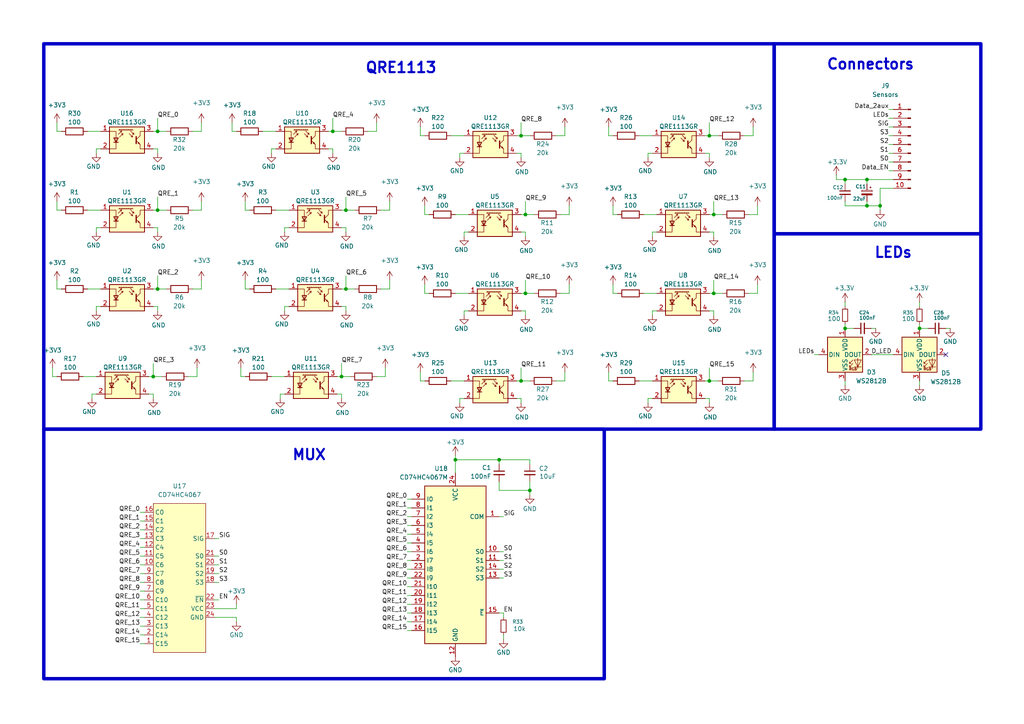
<source format=kicad_sch>
(kicad_sch (version 20250114) (generator "eeschema") (generator_version "9.0")
  (paper "A4")
  (rectangle (start 12.7 12.7) (end 224.536 124.46) (stroke (width 1)))
  (rectangle (start 224.536 12.7) (end 284.48 67.818) (stroke (width 1)))
  (rectangle (start 224.536 67.818) (end 284.48 124.46) (stroke (width 1)))
  (rectangle (start 12.7 124.46) (end 175.26 196.85) (stroke (width 1)))
  (text "Connectors" (at 252.476 18.796 0) (effects (font (size 3 3) (thickness 0.6) (bold yes))))
  (text "LEDs\n" (at 259.08 73.406 0) (effects (font (size 3 3) (thickness 0.6) (bold yes))))
  (text "MUX\n" (at 89.662 132.08 0) (effects (font (size 3 3) (thickness 0.6) (bold yes))))
  (text "QRE1113" (at 116.332 19.812 0) (effects (font (size 3 3) (thickness 0.6) (bold yes))))
  (junction (at 152.4 62.23))
  (junction (at 44.45 109.22))
  (junction (at 45.72 38.1))
  (junction (at 205.74 110.49))
  (junction (at 205.74 39.37))
  (junction (at 207.01 62.23))
  (junction (at 207.01 85.09))
  (junction (at 153.67 142.24))
  (junction (at 245.11 95.25))
  (junction (at 99.06 109.22))
  (junction (at 100.33 83.82))
  (junction (at 45.72 60.96))
  (junction (at 152.4 85.09))
  (junction (at 151.13 110.49))
  (junction (at 245.11 52.07))
  (junction (at 251.46 52.07))
  (junction (at 132.08 133.35))
  (junction (at 100.33 60.96))
  (junction (at 96.52 38.1))
  (junction (at 251.46 59.69))
  (junction (at 255.27 59.69))
  (junction (at 45.72 83.82))
  (junction (at 144.78 133.35))
  (junction (at 151.13 39.37))
  (junction (at 266.7 95.25))
  (no_connect (at 274.32 102.87))
  (wire (pts (xy 71.12 109.22) (xy 69.85 109.22)))
  (wire (pts (xy 63.5 166.37) (xy 62.23 166.37)))
  (wire (pts (xy 80.01 83.82) (xy 83.82 83.82)))
  (wire (pts (xy 40.64 176.53) (xy 41.91 176.53)))
  (wire (pts (xy 251.46 58.42) (xy 251.46 59.69)))
  (wire (pts (xy 177.8 110.49) (xy 176.53 110.49)))
  (wire (pts (xy 118.11 180.34) (xy 119.38 180.34)))
  (wire (pts (xy 257.81 46.99) (xy 259.08 46.99)))
  (wire (pts (xy 113.03 83.82) (xy 110.49 83.82)))
  (wire (pts (xy 43.18 114.3) (xy 44.45 114.3)))
  (wire (pts (xy 165.1 85.09) (xy 162.56 85.09)))
  (wire (pts (xy 44.45 105.41) (xy 44.45 109.22)))
  (wire (pts (xy 40.64 148.59) (xy 41.91 148.59)))
  (wire (pts (xy 207.01 62.23) (xy 209.55 62.23)))
  (wire (pts (xy 135.89 90.17) (xy 134.62 90.17)))
  (wire (pts (xy 204.47 44.45) (xy 205.74 44.45)))
  (wire (pts (xy 245.11 95.25) (xy 247.65 95.25)))
  (wire (pts (xy 207.01 81.28) (xy 207.01 85.09)))
  (wire (pts (xy 43.18 109.22) (xy 44.45 109.22)))
  (wire (pts (xy 165.1 59.69) (xy 165.1 62.23)))
  (wire (pts (xy 40.64 171.45) (xy 41.91 171.45)))
  (wire (pts (xy 144.78 149.86) (xy 146.05 149.86)))
  (wire (pts (xy 151.13 110.49) (xy 153.67 110.49)))
  (wire (pts (xy 146.05 167.64) (xy 144.78 167.64)))
  (wire (pts (xy 118.11 160.02) (xy 119.38 160.02)))
  (wire (pts (xy 205.74 90.17) (xy 207.01 90.17)))
  (wire (pts (xy 99.06 109.22) (xy 101.6 109.22)))
  (wire (pts (xy 118.11 172.72) (xy 119.38 172.72)))
  (wire (pts (xy 118.11 177.8) (xy 119.38 177.8)))
  (wire (pts (xy 83.82 88.9) (xy 82.55 88.9)))
  (wire (pts (xy 251.46 52.07) (xy 259.08 52.07)))
  (wire (pts (xy 152.4 85.09) (xy 154.94 85.09)))
  (wire (pts (xy 152.4 67.31) (xy 152.4 68.58)))
  (wire (pts (xy 187.96 44.45) (xy 187.96 45.72)))
  (wire (pts (xy 205.74 62.23) (xy 207.01 62.23)))
  (wire (pts (xy 218.44 36.83) (xy 218.44 39.37)))
  (wire (pts (xy 165.1 82.55) (xy 165.1 85.09)))
  (wire (pts (xy 185.42 110.49) (xy 189.23 110.49)))
  (wire (pts (xy 118.11 167.64) (xy 119.38 167.64)))
  (wire (pts (xy 207.01 67.31) (xy 207.01 68.58)))
  (wire (pts (xy 58.42 83.82) (xy 55.88 83.82)))
  (wire (pts (xy 25.4 83.82) (xy 29.21 83.82)))
  (wire (pts (xy 72.39 83.82) (xy 71.12 83.82)))
  (wire (pts (xy 266.7 93.98) (xy 266.7 95.25)))
  (wire (pts (xy 132.08 62.23) (xy 135.89 62.23)))
  (wire (pts (xy 123.19 62.23) (xy 123.19 59.69)))
  (wire (pts (xy 255.27 59.69) (xy 255.27 54.61)))
  (wire (pts (xy 118.11 147.32) (xy 119.38 147.32)))
  (wire (pts (xy 219.71 62.23) (xy 217.17 62.23)))
  (wire (pts (xy 113.03 58.42) (xy 113.03 60.96)))
  (wire (pts (xy 146.05 184.15) (xy 146.05 185.42)))
  (wire (pts (xy 58.42 60.96) (xy 55.88 60.96)))
  (wire (pts (xy 16.51 83.82) (xy 16.51 81.28)))
  (wire (pts (xy 245.11 58.42) (xy 245.11 59.69)))
  (wire (pts (xy 205.74 35.56) (xy 205.74 39.37)))
  (wire (pts (xy 100.33 60.96) (xy 102.87 60.96)))
  (wire (pts (xy 134.62 90.17) (xy 134.62 91.44)))
  (wire (pts (xy 17.78 83.82) (xy 16.51 83.82)))
  (wire (pts (xy 44.45 38.1) (xy 45.72 38.1)))
  (wire (pts (xy 44.45 83.82) (xy 45.72 83.82)))
  (wire (pts (xy 144.78 142.24) (xy 153.67 142.24)))
  (wire (pts (xy 118.11 170.18) (xy 119.38 170.18)))
  (wire (pts (xy 190.5 90.17) (xy 189.23 90.17)))
  (wire (pts (xy 45.72 80.01) (xy 45.72 83.82)))
  (wire (pts (xy 27.94 114.3) (xy 26.67 114.3)))
  (wire (pts (xy 63.5 161.29) (xy 62.23 161.29)))
  (wire (pts (xy 245.11 87.63) (xy 245.11 88.9)))
  (wire (pts (xy 96.52 43.18) (xy 96.52 44.45)))
  (wire (pts (xy 189.23 115.57) (xy 187.96 115.57)))
  (wire (pts (xy 82.55 88.9) (xy 82.55 90.17)))
  (wire (pts (xy 257.81 31.75) (xy 259.08 31.75)))
  (wire (pts (xy 146.05 165.1) (xy 144.78 165.1)))
  (wire (pts (xy 151.13 39.37) (xy 153.67 39.37)))
  (wire (pts (xy 63.5 156.21) (xy 62.23 156.21)))
  (wire (pts (xy 95.25 43.18) (xy 96.52 43.18)))
  (wire (pts (xy 68.58 38.1) (xy 67.31 38.1)))
  (wire (pts (xy 95.25 38.1) (xy 96.52 38.1)))
  (wire (pts (xy 78.74 109.22) (xy 82.55 109.22)))
  (wire (pts (xy 40.64 153.67) (xy 41.91 153.67)))
  (wire (pts (xy 29.21 43.18) (xy 27.94 43.18)))
  (wire (pts (xy 259.08 54.61) (xy 255.27 54.61)))
  (wire (pts (xy 45.72 66.04) (xy 45.72 67.31)))
  (wire (pts (xy 82.55 114.3) (xy 81.28 114.3)))
  (wire (pts (xy 45.72 60.96) (xy 48.26 60.96)))
  (wire (pts (xy 176.53 110.49) (xy 176.53 107.95)))
  (wire (pts (xy 58.42 81.28) (xy 58.42 83.82)))
  (wire (pts (xy 153.67 133.35) (xy 144.78 133.35)))
  (wire (pts (xy 186.69 62.23) (xy 190.5 62.23)))
  (wire (pts (xy 100.33 66.04) (xy 100.33 67.31)))
  (wire (pts (xy 40.64 173.99) (xy 41.91 173.99)))
  (wire (pts (xy 45.72 34.29) (xy 45.72 38.1)))
  (wire (pts (xy 133.35 115.57) (xy 133.35 116.84)))
  (wire (pts (xy 81.28 114.3) (xy 81.28 115.57)))
  (wire (pts (xy 205.74 106.68) (xy 205.74 110.49)))
  (wire (pts (xy 109.22 38.1) (xy 106.68 38.1)))
  (wire (pts (xy 151.13 67.31) (xy 152.4 67.31)))
  (wire (pts (xy 58.42 58.42) (xy 58.42 60.96)))
  (wire (pts (xy 149.86 39.37) (xy 151.13 39.37)))
  (wire (pts (xy 118.11 154.94) (xy 119.38 154.94)))
  (wire (pts (xy 17.78 38.1) (xy 16.51 38.1)))
  (wire (pts (xy 82.55 66.04) (xy 82.55 67.31)))
  (wire (pts (xy 257.81 49.53) (xy 259.08 49.53)))
  (wire (pts (xy 132.08 85.09) (xy 135.89 85.09)))
  (wire (pts (xy 179.07 62.23) (xy 177.8 62.23)))
  (wire (pts (xy 111.76 109.22) (xy 109.22 109.22)))
  (wire (pts (xy 17.78 60.96) (xy 16.51 60.96)))
  (wire (pts (xy 251.46 52.07) (xy 245.11 52.07)))
  (wire (pts (xy 40.64 186.69) (xy 41.91 186.69)))
  (wire (pts (xy 149.86 44.45) (xy 151.13 44.45)))
  (wire (pts (xy 109.22 35.56) (xy 109.22 38.1)))
  (wire (pts (xy 68.58 180.34) (xy 68.58 179.07)))
  (wire (pts (xy 257.81 34.29) (xy 259.08 34.29)))
  (wire (pts (xy 144.78 134.62) (xy 144.78 133.35)))
  (wire (pts (xy 185.42 39.37) (xy 189.23 39.37)))
  (wire (pts (xy 151.13 35.56) (xy 151.13 39.37)))
  (wire (pts (xy 153.67 139.7) (xy 153.67 142.24)))
  (wire (pts (xy 149.86 110.49) (xy 151.13 110.49)))
  (wire (pts (xy 218.44 110.49) (xy 215.9 110.49)))
  (wire (pts (xy 144.78 133.35) (xy 132.08 133.35)))
  (wire (pts (xy 26.67 114.3) (xy 26.67 115.57)))
  (wire (pts (xy 151.13 106.68) (xy 151.13 110.49)))
  (wire (pts (xy 245.11 52.07) (xy 245.11 53.34)))
  (wire (pts (xy 205.74 115.57) (xy 205.74 116.84)))
  (wire (pts (xy 153.67 142.24) (xy 153.67 143.51)))
  (wire (pts (xy 144.78 139.7) (xy 144.78 142.24)))
  (wire (pts (xy 83.82 66.04) (xy 82.55 66.04)))
  (wire (pts (xy 149.86 115.57) (xy 151.13 115.57)))
  (wire (pts (xy 133.35 44.45) (xy 133.35 45.72)))
  (wire (pts (xy 58.42 35.56) (xy 58.42 38.1)))
  (wire (pts (xy 245.11 110.49) (xy 245.11 111.76)))
  (wire (pts (xy 187.96 115.57) (xy 187.96 116.84)))
  (wire (pts (xy 121.92 39.37) (xy 121.92 36.83)))
  (wire (pts (xy 177.8 62.23) (xy 177.8 59.69)))
  (wire (pts (xy 40.64 166.37) (xy 41.91 166.37)))
  (wire (pts (xy 62.23 179.07) (xy 68.58 179.07)))
  (wire (pts (xy 151.13 90.17) (xy 152.4 90.17)))
  (wire (pts (xy 40.64 163.83) (xy 41.91 163.83)))
  (wire (pts (xy 118.11 152.4) (xy 119.38 152.4)))
  (wire (pts (xy 97.79 109.22) (xy 99.06 109.22)))
  (wire (pts (xy 100.33 88.9) (xy 100.33 90.17)))
  (wire (pts (xy 134.62 67.31) (xy 134.62 68.58)))
  (wire (pts (xy 62.23 176.53) (xy 68.58 176.53)))
  (wire (pts (xy 118.11 149.86) (xy 119.38 149.86)))
  (wire (pts (xy 219.71 85.09) (xy 217.17 85.09)))
  (wire (pts (xy 27.94 66.04) (xy 27.94 67.31)))
  (wire (pts (xy 121.92 110.49) (xy 121.92 107.95)))
  (wire (pts (xy 163.83 110.49) (xy 161.29 110.49)))
  (wire (pts (xy 40.64 151.13) (xy 41.91 151.13)))
  (wire (pts (xy 63.5 163.83) (xy 62.23 163.83)))
  (wire (pts (xy 76.2 38.1) (xy 80.01 38.1)))
  (wire (pts (xy 44.45 88.9) (xy 45.72 88.9)))
  (wire (pts (xy 189.23 67.31) (xy 189.23 68.58)))
  (wire (pts (xy 245.11 52.07) (xy 242.57 52.07)))
  (wire (pts (xy 255.27 60.96) (xy 255.27 59.69)))
  (wire (pts (xy 27.94 88.9) (xy 27.94 90.17)))
  (wire (pts (xy 189.23 44.45) (xy 187.96 44.45)))
  (wire (pts (xy 58.42 38.1) (xy 55.88 38.1)))
  (wire (pts (xy 16.51 60.96) (xy 16.51 58.42)))
  (wire (pts (xy 186.69 85.09) (xy 190.5 85.09)))
  (wire (pts (xy 124.46 85.09) (xy 123.19 85.09)))
  (wire (pts (xy 152.4 81.28) (xy 152.4 85.09)))
  (wire (pts (xy 123.19 85.09) (xy 123.19 82.55)))
  (wire (pts (xy 124.46 62.23) (xy 123.19 62.23)))
  (wire (pts (xy 69.85 109.22) (xy 69.85 106.68)))
  (wire (pts (xy 113.03 60.96) (xy 110.49 60.96)))
  (wire (pts (xy 146.05 162.56) (xy 144.78 162.56)))
  (wire (pts (xy 152.4 62.23) (xy 154.94 62.23)))
  (wire (pts (xy 252.73 102.87) (xy 259.08 102.87)))
  (wire (pts (xy 204.47 115.57) (xy 205.74 115.57)))
  (wire (pts (xy 25.4 38.1) (xy 29.21 38.1)))
  (wire (pts (xy 118.11 162.56) (xy 119.38 162.56)))
  (wire (pts (xy 96.52 34.29) (xy 96.52 38.1)))
  (wire (pts (xy 118.11 157.48) (xy 119.38 157.48)))
  (wire (pts (xy 113.03 81.28) (xy 113.03 83.82)))
  (wire (pts (xy 130.81 39.37) (xy 134.62 39.37)))
  (wire (pts (xy 15.24 109.22) (xy 15.24 106.68)))
  (wire (pts (xy 44.45 109.22) (xy 46.99 109.22)))
  (wire (pts (xy 251.46 59.69) (xy 255.27 59.69)))
  (wire (pts (xy 29.21 66.04) (xy 27.94 66.04)))
  (wire (pts (xy 254 95.25) (xy 252.73 95.25)))
  (wire (pts (xy 97.79 114.3) (xy 99.06 114.3)))
  (wire (pts (xy 80.01 60.96) (xy 83.82 60.96)))
  (wire (pts (xy 44.45 43.18) (xy 45.72 43.18)))
  (wire (pts (xy 67.31 38.1) (xy 67.31 35.56)))
  (wire (pts (xy 71.12 60.96) (xy 71.12 58.42)))
  (wire (pts (xy 151.13 85.09) (xy 152.4 85.09)))
  (wire (pts (xy 275.59 95.25) (xy 274.32 95.25)))
  (wire (pts (xy 111.76 106.68) (xy 111.76 109.22)))
  (wire (pts (xy 45.72 88.9) (xy 45.72 90.17)))
  (wire (pts (xy 190.5 67.31) (xy 189.23 67.31)))
  (wire (pts (xy 118.11 175.26) (xy 119.38 175.26)))
  (wire (pts (xy 236.22 102.87) (xy 237.49 102.87)))
  (wire (pts (xy 152.4 58.42) (xy 152.4 62.23)))
  (wire (pts (xy 44.45 114.3) (xy 44.45 115.57)))
  (wire (pts (xy 80.01 43.18) (xy 78.74 43.18)))
  (wire (pts (xy 189.23 90.17) (xy 189.23 91.44)))
  (wire (pts (xy 245.11 93.98) (xy 245.11 95.25)))
  (wire (pts (xy 40.64 184.15) (xy 41.91 184.15)))
  (wire (pts (xy 163.83 39.37) (xy 161.29 39.37)))
  (wire (pts (xy 132.08 132.08) (xy 132.08 133.35)))
  (wire (pts (xy 218.44 39.37) (xy 215.9 39.37)))
  (wire (pts (xy 219.71 59.69) (xy 219.71 62.23)))
  (wire (pts (xy 207.01 58.42) (xy 207.01 62.23)))
  (wire (pts (xy 177.8 39.37) (xy 176.53 39.37)))
  (wire (pts (xy 177.8 85.09) (xy 177.8 82.55)))
  (wire (pts (xy 71.12 83.82) (xy 71.12 81.28)))
  (wire (pts (xy 266.7 95.25) (xy 269.24 95.25)))
  (wire (pts (xy 40.64 158.75) (xy 41.91 158.75)))
  (wire (pts (xy 165.1 62.23) (xy 162.56 62.23)))
  (wire (pts (xy 132.08 133.35) (xy 132.08 137.16)))
  (wire (pts (xy 44.45 66.04) (xy 45.72 66.04)))
  (wire (pts (xy 78.74 43.18) (xy 78.74 44.45)))
  (wire (pts (xy 40.64 156.21) (xy 41.91 156.21)))
  (wire (pts (xy 152.4 90.17) (xy 152.4 91.44)))
  (wire (pts (xy 134.62 44.45) (xy 133.35 44.45)))
  (wire (pts (xy 205.74 85.09) (xy 207.01 85.09)))
  (wire (pts (xy 99.06 83.82) (xy 100.33 83.82)))
  (wire (pts (xy 153.67 134.62) (xy 153.67 133.35)))
  (wire (pts (xy 266.7 87.63) (xy 266.7 88.9)))
  (wire (pts (xy 40.64 168.91) (xy 41.91 168.91)))
  (wire (pts (xy 218.44 107.95) (xy 218.44 110.49)))
  (wire (pts (xy 16.51 109.22) (xy 15.24 109.22)))
  (wire (pts (xy 151.13 44.45) (xy 151.13 45.72)))
  (wire (pts (xy 45.72 83.82) (xy 48.26 83.82)))
  (wire (pts (xy 257.81 44.45) (xy 259.08 44.45)))
  (wire (pts (xy 100.33 83.82) (xy 102.87 83.82)))
  (wire (pts (xy 151.13 115.57) (xy 151.13 116.84)))
  (wire (pts (xy 29.21 88.9) (xy 27.94 88.9)))
  (wire (pts (xy 242.57 52.07) (xy 242.57 50.8)))
  (wire (pts (xy 40.64 161.29) (xy 41.91 161.29)))
  (wire (pts (xy 176.53 39.37) (xy 176.53 36.83)))
  (wire (pts (xy 266.7 111.76) (xy 266.7 110.49)))
  (wire (pts (xy 130.81 110.49) (xy 134.62 110.49)))
  (wire (pts (xy 45.72 43.18) (xy 45.72 44.45)))
  (wire (pts (xy 100.33 57.15) (xy 100.33 60.96)))
  (wire (pts (xy 27.94 43.18) (xy 27.94 44.45)))
  (wire (pts (xy 135.89 67.31) (xy 134.62 67.31)))
  (wire (pts (xy 257.81 36.83) (xy 259.08 36.83)))
  (wire (pts (xy 25.4 60.96) (xy 29.21 60.96)))
  (wire (pts (xy 45.72 38.1) (xy 48.26 38.1)))
  (wire (pts (xy 205.74 44.45) (xy 205.74 45.72)))
  (wire (pts (xy 146.05 160.02) (xy 144.78 160.02)))
  (wire (pts (xy 151.13 62.23) (xy 152.4 62.23)))
  (wire (pts (xy 99.06 88.9) (xy 100.33 88.9)))
  (wire (pts (xy 146.05 179.07) (xy 146.05 177.8)))
  (wire (pts (xy 257.81 39.37) (xy 259.08 39.37)))
  (wire (pts (xy 205.74 39.37) (xy 208.28 39.37)))
  (wire (pts (xy 45.72 57.15) (xy 45.72 60.96)))
  (wire (pts (xy 99.06 114.3) (xy 99.06 115.57)))
  (wire (pts (xy 118.11 144.78) (xy 119.38 144.78)))
  (wire (pts (xy 96.52 38.1) (xy 99.06 38.1)))
  (wire (pts (xy 123.19 39.37) (xy 121.92 39.37)))
  (wire (pts (xy 100.33 80.01) (xy 100.33 83.82)))
  (wire (pts (xy 204.47 110.49) (xy 205.74 110.49)))
  (wire (pts (xy 44.45 60.96) (xy 45.72 60.96)))
  (wire (pts (xy 118.11 182.88) (xy 119.38 182.88)))
  (wire (pts (xy 205.74 110.49) (xy 208.28 110.49)))
  (wire (pts (xy 163.83 107.95) (xy 163.83 110.49)))
  (wire (pts (xy 24.13 109.22) (xy 27.94 109.22)))
  (wire (pts (xy 251.46 59.69) (xy 245.11 59.69)))
  (wire (pts (xy 146.05 177.8) (xy 144.78 177.8)))
  (wire (pts (xy 123.19 110.49) (xy 121.92 110.49)))
  (wire (pts (xy 68.58 176.53) (xy 68.58 175.26)))
  (wire (pts (xy 205.74 67.31) (xy 207.01 67.31)))
  (wire (pts (xy 207.01 90.17) (xy 207.01 91.44)))
  (wire (pts (xy 57.15 109.22) (xy 54.61 109.22)))
  (wire (pts (xy 57.15 106.68) (xy 57.15 109.22)))
  (wire (pts (xy 16.51 38.1) (xy 16.51 35.56)))
  (wire (pts (xy 40.64 179.07) (xy 41.91 179.07)))
  (wire (pts (xy 118.11 165.1) (xy 119.38 165.1)))
  (wire (pts (xy 134.62 115.57) (xy 133.35 115.57)))
  (wire (pts (xy 63.5 168.91) (xy 62.23 168.91)))
  (wire (pts (xy 63.5 173.99) (xy 62.23 173.99)))
  (wire (pts (xy 257.81 41.91) (xy 259.08 41.91)))
  (wire (pts (xy 179.07 85.09) (xy 177.8 85.09)))
  (wire (pts (xy 99.06 60.96) (xy 100.33 60.96)))
  (wire (pts (xy 99.06 105.41) (xy 99.06 109.22)))
  (wire (pts (xy 40.64 181.61) (xy 41.91 181.61)))
  (wire (pts (xy 72.39 60.96) (xy 71.12 60.96)))
  (wire (pts (xy 219.71 82.55) (xy 219.71 85.09)))
  (wire (pts (xy 163.83 36.83) (xy 163.83 39.37)))
  (wire (pts (xy 204.47 39.37) (xy 205.74 39.37)))
  (wire (pts (xy 207.01 85.09) (xy 209.55 85.09)))
  (wire (pts (xy 251.46 53.34) (xy 251.46 52.07)))
  (wire (pts (xy 99.06 66.04) (xy 100.33 66.04)))
  (label "QRE_2" (at 118.11 149.86 180))
  (label "QRE_11" (at 151.13 106.68 0))
  (label "QRE_11" (at 118.11 172.72 180))
  (label "QRE_15" (at 40.64 186.69 180))
  (label "S0" (at 257.81 46.99 180))
  (label "Data_2aux" (at 257.81 31.75 180))
  (label "QRE_13" (at 207.01 58.42 0))
  (label "S0" (at 63.5 161.29 0))
  (label "QRE_1" (at 45.72 57.15 0))
  (label "QRE_1" (at 40.64 151.13 180))
  (label "QRE_2" (at 45.72 80.01 0))
  (label "QRE_12" (at 205.74 35.56 0))
  (label "S0" (at 146.05 160.02 0))
  (label "QRE_3" (at 118.11 152.4 180))
  (label "QRE_0" (at 45.72 34.29 0))
  (label "LEDs" (at 236.22 102.87 180))
  (label "QRE_13" (at 118.11 177.8 180))
  (label "QRE_1" (at 118.11 147.32 180))
  (label "QRE_7" (at 40.64 166.37 180))
  (label "QRE_5" (at 100.33 57.15 0))
  (label "Data_EN" (at 257.81 49.53 180))
  (label "LEDs" (at 257.81 34.29 180))
  (label "S1" (at 63.5 163.83 0))
  (label "QRE_12" (at 118.11 175.26 180))
  (label "QRE_9" (at 40.64 171.45 180))
  (label "QRE_7" (at 99.06 105.41 0))
  (label "QRE_8" (at 151.13 35.56 0))
  (label "S2" (at 146.05 165.1 0))
  (label "QRE_5" (at 40.64 161.29 180))
  (label "QRE_6" (at 40.64 163.83 180))
  (label "QRE_3" (at 44.45 105.41 0))
  (label "QRE_2" (at 40.64 153.67 180))
  (label "S1" (at 146.05 162.56 0))
  (label "QRE_5" (at 118.11 157.48 180))
  (label "S3" (at 146.05 167.64 0))
  (label "QRE_0" (at 40.64 148.59 180))
  (label "QRE_4" (at 118.11 154.94 180))
  (label "D_LED" (at 252.73 102.87 0))
  (label "EN" (at 146.05 177.8 0))
  (label "QRE_6" (at 118.11 160.02 180))
  (label "SIG" (at 146.05 149.86 0))
  (label "QRE_7" (at 118.11 162.56 180))
  (label "EN" (at 63.5 173.99 0))
  (label "QRE_0" (at 118.11 144.78 180))
  (label "SIG" (at 257.81 36.83 180))
  (label "S1" (at 257.81 44.45 180))
  (label "S2" (at 257.81 41.91 180))
  (label "QRE_8" (at 40.64 168.91 180))
  (label "QRE_8" (at 118.11 165.1 180))
  (label "QRE_14" (at 40.64 184.15 180))
  (label "S2" (at 63.5 166.37 0))
  (label "QRE_4" (at 40.64 158.75 180))
  (label "QRE_14" (at 207.01 81.28 0))
  (label "QRE_15" (at 118.11 182.88 180))
  (label "QRE_6" (at 100.33 80.01 0))
  (label "QRE_14" (at 118.11 180.34 180))
  (label "S3" (at 63.5 168.91 0))
  (label "QRE_11" (at 40.64 176.53 180))
  (label "QRE_12" (at 40.64 179.07 180))
  (label "S3" (at 257.81 39.37 180))
  (label "QRE_9" (at 152.4 58.42 0))
  (label "QRE_9" (at 118.11 167.64 180))
  (label "QRE_15" (at 205.74 106.68 0))
  (label "QRE_10" (at 118.11 170.18 180))
  (label "SIG" (at 63.5 156.21 0))
  (label "QRE_13" (at 40.64 181.61 180))
  (label "QRE_4" (at 96.52 34.29 0))
  (label "QRE_3" (at 40.64 156.21 180))
  (label "QRE_10" (at 152.4 81.28 0))
  (label "QRE_10" (at 40.64 173.99 180))
  (symbol (lib_id "power:GND") (at 146.05 185.42 0) (mirror y) (unit 1)
    (property "Reference" "#PWR072" (effects (hide yes)))
    (property "Value" "GND" (at 146.05 189.23 0))
  )
  (symbol (lib_id "Device:R") (at 52.07 38.1 90) (unit 1)
    (property "Reference" "R32" (at 52.0192 40.513 90))
    (property "Value" "20k" (at 52.0192 43.053 90))
    (property "Footprint" "EESTN5-v2:R_0805" (effects (hide yes)))
  )
  (symbol (lib_id "power:GND") (at 68.58 180.34 0) (unit 1)
    (property "Reference" "#PWR066" (effects (hide yes)))
    (property "Value" "GND" (at 68.58 184.15 0))
  )
  (symbol (lib_id "Sensor_Proximity:QRE1113GR") (at 87.63 40.64 0) (unit 1)
    (property "Reference" "U10" (at 87.63 32.8676 0))
    (property "Value" "QRE1113GR" (at 87.63 35.4076 0))
    (property "Footprint" "OptoDevice:OnSemi_CASE100CY" (effects (hide yes)))
    (property "Datasheet" "http://www.onsemi.com/pub/Collateral/QRE1113-D.PDF" (effects (hide yes)))
  )
  (symbol (lib_id "power:+3V3") (at 58.42 58.42 0) (unit 1)
    (property "Reference" "#PWR013" (effects (hide yes)))
    (property "Value" "+3V3" (at 58.42 52.705 0))
  )
  (symbol (lib_id "LED:WS2812B") (at 245.11 102.87 0) (unit 1)
    (property "Reference" "D3" (at 252.73 107.95 0))
    (property "Value" "WS2812B" (at 252.73 110.49 0))
    (property "Footprint" "LED_SMD:LED_WS2812B_PLCC4_5.0x5.0mm_P3.2mm" (effects (hide yes)))
    (property "Datasheet" "https://cdn-shop.adafruit.com/datasheets/WS2812B.pdf" (effects (hide yes)))
    (property "Description" "RGB LED with integrated controller" (effects (hide yes)))
  )
  (symbol (lib_id "Device:R") (at 212.09 39.37 90) (unit 1)
    (property "Reference" "R28" (at 212.0392 41.783 90))
    (property "Value" "20k" (at 212.0392 44.323 90))
    (property "Footprint" "EESTN5-v2:R_0805" (effects (hide yes)))
  )
  (symbol (lib_id "power:GND") (at 100.33 67.31 0) (unit 1)
    (property "Reference" "#PWR011" (effects (hide yes)))
    (property "Value" "GND" (at 100.584 71.4502 0))
  )
  (symbol (lib_id "Device:R") (at 157.48 110.49 90) (unit 1)
    (property "Reference" "R27" (at 157.4292 112.903 90))
    (property "Value" "20k" (at 157.4292 115.443 90))
    (property "Footprint" "EESTN5-v2:R_0805" (effects (hide yes)))
  )
  (symbol (lib_id "Device:R") (at 52.07 83.82 90) (unit 1)
    (property "Reference" "R6" (at 52.0192 86.233 90))
    (property "Value" "20k" (at 52.0192 88.773 90))
    (property "Footprint" "EESTN5-v2:R_0805" (effects (hide yes)))
  )
  (symbol (lib_id "Sensor_Proximity:QRE1113GR") (at 90.17 111.76 0) (unit 1)
    (property "Reference" "U11" (at 90.17 103.9876 0))
    (property "Value" "QRE1113GR" (at 90.17 106.5276 0))
    (property "Footprint" "OptoDevice:OnSemi_CASE100CY" (effects (hide yes)))
    (property "Datasheet" "http://www.onsemi.com/pub/Collateral/QRE1113-D.PDF" (effects (hide yes)))
  )
  (symbol (lib_id "power:GND") (at 45.72 90.17 0) (unit 1)
    (property "Reference" "#PWR010" (effects (hide yes)))
    (property "Value" "GND" (at 45.974 94.3102 0))
  )
  (symbol (lib_id "Sensor_Proximity:QRE1113GR") (at 36.83 40.64 0) (unit 1)
    (property "Reference" "U16" (at 36.83 32.8676 0))
    (property "Value" "QRE1113GR" (at 36.83 35.4076 0))
    (property "Footprint" "OptoDevice:OnSemi_CASE100CY" (effects (hide yes)))
    (property "Datasheet" "http://www.onsemi.com/pub/Collateral/QRE1113-D.PDF" (effects (hide yes)))
  )
  (symbol (lib_id "power:+3V3") (at 163.83 36.83 0) (unit 1)
    (property "Reference" "#PWR048" (effects (hide yes)))
    (property "Value" "+3V3" (at 163.83 31.115 0))
  )
  (symbol (lib_id "power:+3V3") (at 121.92 107.95 0) (unit 1)
    (property "Reference" "#PWR049" (effects (hide yes)))
    (property "Value" "+3V3" (at 121.92 102.87 0))
  )
  (symbol (lib_id "power:GND") (at 189.23 91.44 0) (unit 1)
    (property "Reference" "#PWR028" (effects (hide yes)))
    (property "Value" "GND" (at 188.4172 95.2754 0))
  )
  (symbol (lib_id "power:GND") (at 26.67 115.57 0) (unit 1)
    (property "Reference" "#PWR035" (effects (hide yes)))
    (property "Value" "GND" (at 25.8572 119.4054 0))
  )
  (symbol (lib_id "power:GND") (at 187.96 116.84 0) (unit 1)
    (property "Reference" "#PWR059" (effects (hide yes)))
    (property "Value" "GND" (at 187.1472 120.6754 0))
  )
  (symbol (lib_id "Device:R_Small") (at 245.11 91.44 180) (unit 1)
    (property "Reference" "R34" (at 243.332 90.678 0) (effects (font (size 1.016 1.016)) (justify left)))
    (property "Value" "100" (at 243.84 92.456 0) (effects (justify left)))
    (property "Footprint" "Resistor_SMD:R_0805_2012Metric" (effects (hide yes)))
    (property "Description" "Resistor, small symbol" (effects (hide yes)))
  )
  (symbol (lib_id "Device:R") (at 52.07 60.96 90) (unit 1)
    (property "Reference" "R5" (at 52.0192 63.373 90))
    (property "Value" "20k" (at 52.0192 65.913 90))
    (property "Footprint" "EESTN5-v2:R_0805" (effects (hide yes)))
  )
  (symbol (lib_id "Device:R") (at 127 110.49 90) (unit 1)
    (property "Reference" "R25" (at 127 105.283 90))
    (property "Value" "100" (at 127 107.823 90))
    (property "Footprint" "EESTN5-v2:R_0805" (effects (hide yes)))
  )
  (symbol (lib_id "power:GND") (at 82.55 90.17 0) (unit 1)
    (property "Reference" "#PWR08" (effects (hide yes)))
    (property "Value" "GND" (at 81.7372 94.0054 0))
  )
  (symbol (lib_id "power:GND") (at 152.4 91.44 0) (unit 1)
    (property "Reference" "#PWR022" (effects (hide yes)))
    (property "Value" "GND" (at 152.654 95.5802 0))
  )
  (symbol (lib_id "power:GND") (at 27.94 90.17 0) (unit 1)
    (property "Reference" "#PWR06" (effects (hide yes)))
    (property "Value" "GND" (at 27.1272 94.0054 0))
  )
  (symbol (lib_id "Sensor_Proximity:QRE1113GR") (at 143.51 64.77 0) (unit 1)
    (property "Reference" "U5" (at 143.51 56.9976 0))
    (property "Value" "QRE1113GR" (at 143.51 59.5376 0))
    (property "Footprint" "OptoDevice:OnSemi_CASE100CY" (effects (hide yes)))
    (property "Datasheet" "http://www.onsemi.com/pub/Collateral/QRE1113-D.PDF" (effects (hide yes)))
  )
  (symbol (lib_id "power:GND") (at 205.74 45.72 0) (unit 1)
    (property "Reference" "#PWR054" (effects (hide yes)))
    (property "Value" "GND" (at 205.994 49.8602 0))
  )
  (symbol (lib_id "power:+3V3") (at 68.58 175.26 0) (unit 1)
    (property "Reference" "#PWR065" (effects (hide yes)))
    (property "Value" "+3V3" (at 68.58 171.45 0))
  )
  (symbol (lib_id "power:+3V3") (at 71.12 58.42 0) (unit 1)
    (property "Reference" "#PWR03" (effects (hide yes)))
    (property "Value" "+3V3" (at 71.12 53.34 0))
  )
  (symbol (lib_id "power:GND") (at 132.08 190.5 0) (mirror y) (unit 1)
    (property "Reference" "#PWR071" (effects (hide yes)))
    (property "Value" "GND" (at 132.08 194.31 0))
  )
  (symbol (lib_id "power:+3V3") (at 123.19 82.55 0) (unit 1)
    (property "Reference" "#PWR018" (effects (hide yes)))
    (property "Value" "+3V3" (at 123.19 77.47 0))
  )
  (symbol (lib_id "power:+3V3") (at 165.1 82.55 0) (unit 1)
    (property "Reference" "#PWR024" (effects (hide yes)))
    (property "Value" "+3V3" (at 165.1 76.835 0))
  )
  (symbol (lib_id "Device:R") (at 157.48 39.37 90) (unit 1)
    (property "Reference" "R24" (at 157.4292 41.783 90))
    (property "Value" "20k" (at 157.4292 44.323 90))
    (property "Footprint" "EESTN5-v2:R_0805" (effects (hide yes)))
  )
  (symbol (lib_id "power:+3V3") (at 58.42 35.56 0) (unit 1)
    (property "Reference" "#PWR064" (effects (hide yes)))
    (property "Value" "+3V3" (at 58.42 29.845 0))
  )
  (symbol (lib_id "Sensor_Proximity:QRE1113GR") (at 143.51 87.63 0) (unit 1)
    (property "Reference" "U6" (at 143.51 79.8576 0))
    (property "Value" "QRE1113GR" (at 143.51 82.3976 0))
    (property "Footprint" "OptoDevice:OnSemi_CASE100CY" (effects (hide yes)))
    (property "Datasheet" "http://www.onsemi.com/pub/Collateral/QRE1113-D.PDF" (effects (hide yes)))
  )
  (symbol (lib_id "power:GND") (at 134.62 91.44 0) (unit 1)
    (property "Reference" "#PWR020" (effects (hide yes)))
    (property "Value" "GND" (at 133.8072 95.2754 0))
  )
  (symbol (lib_id "power:GND") (at 27.94 44.45 0) (unit 1)
    (property "Reference" "#PWR060" (effects (hide yes)))
    (property "Value" "GND" (at 27.1272 48.2854 0))
  )
  (symbol (lib_id "Sensor_Proximity:QRE1113GR") (at 198.12 87.63 0) (unit 1)
    (property "Reference" "U8" (at 198.12 79.8576 0))
    (property "Value" "QRE1113GR" (at 198.12 82.3976 0))
    (property "Footprint" "OptoDevice:OnSemi_CASE100CY" (effects (hide yes)))
    (property "Datasheet" "http://www.onsemi.com/pub/Collateral/QRE1113-D.PDF" (effects (hide yes)))
  )
  (symbol (lib_id "Device:R") (at 21.59 83.82 90) (unit 1)
    (property "Reference" "R2" (at 21.59 78.613 90))
    (property "Value" "100" (at 21.59 81.153 90))
    (property "Footprint" "EESTN5-v2:R_0805" (effects (hide yes)))
  )
  (symbol (lib_id "power:GND") (at 255.27 60.96 0) (mirror y) (unit 1)
    (property "Reference" "#PWR069" (effects (hide yes)))
    (property "Value" "GND" (at 255.27 65.024 0))
    (property "Description" "Power symbol creates a global label with name \"GND\" , ground" (effects (hide yes)))
  )
  (symbol (lib_id "power:GND") (at 78.74 44.45 0) (unit 1)
    (property "Reference" "#PWR036" (effects (hide yes)))
    (property "Value" "GND" (at 77.9272 48.2854 0))
  )
  (symbol (lib_id "power:GND") (at 187.96 45.72 0) (unit 1)
    (property "Reference" "#PWR052" (effects (hide yes)))
    (property "Value" "GND" (at 187.1472 49.5554 0))
  )
  (symbol (lib_id "Sensor_Proximity:QRE1113GR") (at 91.44 86.36 0) (unit 1)
    (property "Reference" "U4" (at 91.44 78.5876 0))
    (property "Value" "QRE1113GR" (at 91.44 81.1276 0))
    (property "Footprint" "OptoDevice:OnSemi_CASE100CY" (effects (hide yes)))
    (property "Datasheet" "http://www.onsemi.com/pub/Collateral/QRE1113-D.PDF" (effects (hide yes)))
  )
  (symbol (lib_id "Sensor_Proximity:QRE1113GR") (at 36.83 86.36 0) (unit 1)
    (property "Reference" "U2" (at 36.83 78.5876 0))
    (property "Value" "QRE1113GR" (at 36.83 81.1276 0))
    (property "Footprint" "OptoDevice:OnSemi_CASE100CY" (effects (hide yes)))
    (property "Datasheet" "http://www.onsemi.com/pub/Collateral/QRE1113-D.PDF" (effects (hide yes)))
  )
  (symbol (lib_id "power:GND") (at 99.06 115.57 0) (unit 1)
    (property "Reference" "#PWR045" (effects (hide yes)))
    (property "Value" "GND" (at 99.314 119.7102 0))
  )
  (symbol (lib_id "Sensor_Proximity:QRE1113GR") (at 196.85 113.03 0) (unit 1)
    (property "Reference" "U15" (at 196.85 105.2576 0))
    (property "Value" "QRE1113GR" (at 196.85 107.7976 0))
    (property "Footprint" "OptoDevice:OnSemi_CASE100CY" (effects (hide yes)))
    (property "Datasheet" "http://www.onsemi.com/pub/Collateral/QRE1113-D.PDF" (effects (hide yes)))
  )
  (symbol (lib_id "Connector:Conn_01x10_Pin") (at 264.16 41.91 0) (mirror y) (unit 1)
    (property "Reference" "J9" (at 256.794 24.892 0))
    (property "Value" "Sensors" (at 256.794 27.432 0))
    (property "Footprint" "Connector_JST:JST_XH_S10B-XH-A_1x10_P2.50mm_Horizontal" (effects (hide yes)))
    (property "Description" "Generic connector, single row, 01x10, script generated" (effects (hide yes)))
  )
  (symbol (lib_id "power:+3.3V") (at 242.57 50.8 0) (mirror y) (unit 1)
    (property "Reference" "#PWR070" (effects (hide yes)))
    (property "Value" "+3.3V" (at 242.824 46.99 0))
    (property "Description" "Power symbol creates a global label with name \"+3.3V\"" (effects (hide yes)))
  )
  (symbol (lib_id "power:+3V3") (at 176.53 107.95 0) (unit 1)
    (property "Reference" "#PWR057" (effects (hide yes)))
    (property "Value" "+3V3" (at 176.53 102.87 0))
  )
  (symbol (lib_id "Device:R") (at 158.75 85.09 90) (unit 1)
    (property "Reference" "R12" (at 158.6992 87.503 90))
    (property "Value" "20k" (at 158.6992 90.043 90))
    (property "Footprint" "EESTN5-v2:R_0805" (effects (hide yes)))
  )
  (symbol (lib_id "Device:R") (at 20.32 109.22 90) (unit 1)
    (property "Reference" "R17" (at 20.32 104.013 90))
    (property "Value" "100" (at 20.32 106.553 90))
    (property "Footprint" "EESTN5-v2:R_0805" (effects (hide yes)))
  )
  (symbol (lib_id "power:+3V3") (at 177.8 82.55 0) (unit 1)
    (property "Reference" "#PWR026" (effects (hide yes)))
    (property "Value" "+3V3" (at 177.8 77.47 0))
  )
  (symbol (lib_id "Sensor_Proximity:QRE1113GR") (at 198.12 64.77 0) (unit 1)
    (property "Reference" "U7" (at 198.12 56.9976 0))
    (property "Value" "QRE1113GR" (at 198.12 59.5376 0))
    (property "Footprint" "OptoDevice:OnSemi_CASE100CY" (effects (hide yes)))
    (property "Datasheet" "http://www.onsemi.com/pub/Collateral/QRE1113-D.PDF" (effects (hide yes)))
  )
  (symbol (lib_id "power:GND") (at 152.4 68.58 0) (unit 1)
    (property "Reference" "#PWR021" (effects (hide yes)))
    (property "Value" "GND" (at 152.654 72.7202 0))
  )
  (symbol (lib_id "power:GND") (at 207.01 68.58 0) (unit 1)
    (property "Reference" "#PWR029" (effects (hide yes)))
    (property "Value" "GND" (at 207.264 72.7202 0))
  )
  (symbol (lib_id "Device:R") (at 21.59 60.96 90) (unit 1)
    (property "Reference" "R1" (at 21.59 55.753 90))
    (property "Value" "100" (at 21.59 58.293 90))
    (property "Footprint" "EESTN5-v2:R_0805" (effects (hide yes)))
  )
  (symbol (lib_id "power:+3V3") (at 113.03 58.42 0) (unit 1)
    (property "Reference" "#PWR015" (effects (hide yes)))
    (property "Value" "+3V3" (at 113.03 52.705 0))
  )
  (symbol (lib_id "Sensor_Proximity:QRE1113GR") (at 35.56 111.76 0) (unit 1)
    (property "Reference" "U9" (at 35.56 103.9876 0))
    (property "Value" "QRE1113GR" (at 35.56 106.5276 0))
    (property "Footprint" "OptoDevice:OnSemi_CASE100CY" (effects (hide yes)))
    (property "Datasheet" "http://www.onsemi.com/pub/Collateral/QRE1113-D.PDF" (effects (hide yes)))
  )
  (symbol (lib_id "Sensor_Proximity:QRE1113GR") (at 142.24 41.91 0) (unit 1)
    (property "Reference" "U12" (at 142.24 34.1376 0))
    (property "Value" "QRE1113GR" (at 142.24 36.6776 0))
    (property "Footprint" "OptoDevice:OnSemi_CASE100CY" (effects (hide yes)))
    (property "Datasheet" "http://www.onsemi.com/pub/Collateral/QRE1113-D.PDF" (effects (hide yes)))
  )
  (symbol (lib_id "power:GND") (at 44.45 115.57 0) (unit 1)
    (property "Reference" "#PWR037" (effects (hide yes)))
    (property "Value" "GND" (at 44.704 119.7102 0))
  )
  (symbol (lib_id "Device:R") (at 128.27 62.23 90) (unit 1)
    (property "Reference" "R9" (at 128.27 57.023 90))
    (property "Value" "100" (at 128.27 59.563 90))
    (property "Footprint" "EESTN5-v2:R_0805" (effects (hide yes)))
  )
  (symbol (lib_id "power:GND") (at 100.33 90.17 0) (unit 1)
    (property "Reference" "#PWR012" (effects (hide yes)))
    (property "Value" "GND" (at 100.584 94.3102 0))
  )
  (symbol (lib_id "Device:C_Small") (at 153.67 137.16 0) (mirror y) (unit 1)
    (property "Reference" "C2" (at 159.004 135.89 0) (effects (justify left)))
    (property "Value" "10uF" (at 161.29 138.176 0) (effects (justify left)))
    (property "Description" "Unpolarized capacitor, small symbol" (effects (hide yes)))
  )
  (symbol (lib_id "Device:R") (at 213.36 62.23 90) (unit 1)
    (property "Reference" "R15" (at 213.3092 64.643 90))
    (property "Value" "20k" (at 213.3092 67.183 90))
    (property "Footprint" "EESTN5-v2:R_0805" (effects (hide yes)))
  )
  (symbol (lib_id "Device:R") (at 182.88 62.23 90) (unit 1)
    (property "Reference" "R13" (at 182.88 57.023 90))
    (property "Value" "100" (at 182.88 59.563 90))
    (property "Footprint" "EESTN5-v2:R_0805" (effects (hide yes)))
  )
  (symbol (lib_id "Sensor_Proximity:QRE1113GR") (at 36.83 63.5 0) (unit 1)
    (property "Reference" "U1" (at 36.83 55.7276 0))
    (property "Value" "QRE1113GR" (at 36.83 58.2676 0))
    (property "Footprint" "OptoDevice:OnSemi_CASE100CY" (effects (hide yes)))
    (property "Datasheet" "http://www.onsemi.com/pub/Collateral/QRE1113-D.PDF" (effects (hide yes)))
  )
  (symbol (lib_id "power:GND") (at 245.11 111.76 0) (unit 1)
    (property "Reference" "#PWR074" (effects (hide yes)))
    (property "Value" "GND" (at 245.11 115.57 0))
    (property "Description" "Power symbol creates a global label with name \"GND\" , ground" (effects (hide yes)))
  )
  (symbol (lib_id "power:GND") (at 266.7 111.76 0) (unit 1)
    (property "Reference" "#PWR077" (effects (hide yes)))
    (property "Value" "GND" (at 266.7 115.57 0))
    (property "Description" "Power symbol creates a global label with name \"GND\" , ground" (effects (hide yes)))
  )
  (symbol (lib_id "power:GND") (at 82.55 67.31 0) (unit 1)
    (property "Reference" "#PWR07" (effects (hide yes)))
    (property "Value" "GND" (at 81.7372 71.1454 0))
  )
  (symbol (lib_id "power:GND") (at 189.23 68.58 0) (unit 1)
    (property "Reference" "#PWR027" (effects (hide yes)))
    (property "Value" "GND" (at 188.4172 72.4154 0))
  )
  (symbol (lib_id "Device:R") (at 76.2 83.82 90) (unit 1)
    (property "Reference" "R4" (at 76.2 78.613 90))
    (property "Value" "100" (at 76.2 81.153 90))
    (property "Footprint" "EESTN5-v2:R_0805" (effects (hide yes)))
  )
  (symbol (lib_id "power:GND") (at 45.72 44.45 0) (unit 1)
    (property "Reference" "#PWR062" (effects (hide yes)))
    (property "Value" "GND" (at 45.974 48.5902 0))
  )
  (symbol (lib_id "Device:R") (at 182.88 85.09 90) (unit 1)
    (property "Reference" "R14" (at 182.88 79.883 90))
    (property "Value" "100" (at 182.88 82.423 90))
    (property "Footprint" "EESTN5-v2:R_0805" (effects (hide yes)))
  )
  (symbol (lib_id "power:+3V3") (at 132.08 132.08 0) (mirror y) (unit 1)
    (property "Reference" "#PWR067" (effects (hide yes)))
    (property "Value" "+3V3" (at 132.08 128.27 0))
  )
  (symbol (lib_id "power:+3V3") (at 121.92 36.83 0) (unit 1)
    (property "Reference" "#PWR042" (effects (hide yes)))
    (property "Value" "+3V3" (at 121.92 31.75 0))
  )
  (symbol (lib_id "power:+3V3") (at 58.42 81.28 0) (unit 1)
    (property "Reference" "#PWR014" (effects (hide yes)))
    (property "Value" "+3V3" (at 58.42 75.565 0))
  )
  (symbol (lib_id "power:+3V3") (at 16.51 81.28 0) (unit 1)
    (property "Reference" "#PWR02" (effects (hide yes)))
    (property "Value" "+3V3" (at 16.51 76.2 0))
  )
  (symbol (lib_id "Device:R") (at 127 39.37 90) (unit 1)
    (property "Reference" "R22" (at 127 34.163 90))
    (property "Value" "100" (at 127 36.703 90))
    (property "Footprint" "EESTN5-v2:R_0805" (effects (hide yes)))
  )
  (symbol (lib_id "Device:R") (at 213.36 85.09 90) (unit 1)
    (property "Reference" "R16" (at 213.3092 87.503 90))
    (property "Value" "20k" (at 213.3092 90.043 90))
    (property "Footprint" "EESTN5-v2:R_0805" (effects (hide yes)))
  )
  (symbol (lib_id "power:GND") (at 96.52 44.45 0) (unit 1)
    (property "Reference" "#PWR038" (effects (hide yes)))
    (property "Value" "GND" (at 96.774 48.5902 0))
  )
  (symbol (lib_id "Device:R") (at 102.87 38.1 90) (unit 1)
    (property "Reference" "R20" (at 102.8192 40.513 90))
    (property "Value" "20k" (at 102.8192 43.053 90))
    (property "Footprint" "EESTN5-v2:R_0805" (effects (hide yes)))
  )
  (symbol (lib_id "Device:R") (at 158.75 62.23 90) (unit 1)
    (property "Reference" "R11" (at 158.6992 64.643 90))
    (property "Value" "20k" (at 158.6992 67.183 90))
    (property "Footprint" "EESTN5-v2:R_0805" (effects (hide yes)))
  )
  (symbol (lib_id "power:+3V3") (at 111.76 106.68 0) (unit 1)
    (property "Reference" "#PWR047" (effects (hide yes)))
    (property "Value" "+3V3" (at 111.76 100.965 0))
  )
  (symbol (lib_id "power:+3V3") (at 218.44 107.95 0) (unit 1)
    (property "Reference" "#PWR063" (effects (hide yes)))
    (property "Value" "+3V3" (at 218.44 102.235 0))
  )
  (symbol (lib_id "power:+3V3") (at 15.24 106.68 0) (unit 1)
    (property "Reference" "#PWR033" (effects (hide yes)))
    (property "Value" "+3V3" (at 15.24 101.6 0))
  )
  (symbol (lib_id "power:+3V3") (at 219.71 59.69 0) (unit 1)
    (property "Reference" "#PWR031" (effects (hide yes)))
    (property "Value" "+3V3" (at 219.71 53.975 0))
  )
  (symbol (lib_id "power:GND") (at 133.35 45.72 0) (unit 1)
    (property "Reference" "#PWR044" (effects (hide yes)))
    (property "Value" "GND" (at 132.5372 49.5554 0))
  )
  (symbol (lib_id "Device:R") (at 106.68 60.96 90) (unit 1)
    (property "Reference" "R7" (at 106.6292 63.373 90))
    (property "Value" "20k" (at 106.6292 65.913 90))
    (property "Footprint" "EESTN5-v2:R_0805" (effects (hide yes)))
  )
  (symbol (lib_id "power:GND") (at 151.13 45.72 0) (unit 1)
    (property "Reference" "#PWR046" (effects (hide yes)))
    (property "Value" "GND" (at 151.384 49.8602 0))
  )
  (symbol (lib_id "Device:C_Polarized_Small") (at 251.46 55.88 0) (mirror y) (unit 1)
    (property "Reference" "C11" (at 251.206 54.102 0) (effects (font (size 1 1)) (justify left)))
    (property "Value" "22uF" (at 251.206 57.658 0) (effects (font (size 1 1)) (justify left)))
    (property "Footprint" "Capacitor_SMD:C_0805_2012Metric" (effects (hide yes)))
    (property "Description" "Polarized capacitor, small symbol" (effects (hide yes)))
  )
  (symbol (lib_id "power:+3V3") (at 163.83 107.95 0) (unit 1)
    (property "Reference" "#PWR055" (effects (hide yes)))
    (property "Value" "+3V3" (at 163.83 102.235 0))
  )
  (symbol (lib_id "Device:R_Small") (at 266.7 91.44 180) (unit 1)
    (property "Reference" "R35" (at 264.922 90.678 0) (effects (font (size 1.016 1.016)) (justify left)))
    (property "Value" "100" (at 265.43 92.456 0) (effects (justify left)))
    (property "Footprint" "Resistor_SMD:R_0805_2012Metric" (effects (hide yes)))
    (property "Description" "Resistor, small symbol" (effects (hide yes)))
  )
  (symbol (lib_id "power:GND") (at 45.72 67.31 0) (unit 1)
    (property "Reference" "#PWR09" (effects (hide yes)))
    (property "Value" "GND" (at 45.974 71.4502 0))
  )
  (symbol (lib_id "Device:C_Small") (at 245.11 55.88 0) (mirror y) (unit 1)
    (property "Reference" "C12" (at 244.602 54.356 0) (effects (font (size 1 1)) (justify left)))
    (property "Value" "100nF" (at 244.602 57.404 0) (effects (font (size 1 1)) (justify left)))
    (property "Footprint" "Capacitor_SMD:C_0805_2012Metric" (effects (hide yes)))
    (property "Description" "Unpolarized capacitor, small symbol" (effects (hide yes)))
  )
  (symbol (lib_id "power:GND") (at 133.35 116.84 0) (unit 1)
    (property "Reference" "#PWR051" (effects (hide yes)))
    (property "Value" "GND" (at 132.5372 120.6754 0))
  )
  (symbol (lib_id "Sensor_Proximity:QRE1113GR") (at 91.44 63.5 0) (unit 1)
    (property "Reference" "U3" (at 91.44 55.7276 0))
    (property "Value" "QRE1113GR" (at 91.44 58.2676 0))
    (property "Footprint" "OptoDevice:OnSemi_CASE100CY" (effects (hide yes)))
    (property "Datasheet" "http://www.onsemi.com/pub/Collateral/QRE1113-D.PDF" (effects (hide yes)))
  )
  (symbol (lib_id "Device:C_Small") (at 250.19 95.25 90) (unit 1)
    (property "Reference" "C24" (at 252.222 90.678 90) (effects (font (size 1 1)) (justify left)))
    (property "Value" "100nF" (at 254 92.202 90) (effects (font (size 1 1)) (justify left)))
    (property "Footprint" "Capacitor_SMD:C_0805_2012Metric" (effects (hide yes)))
    (property "Description" "Unpolarized capacitor, small symbol" (effects (hide yes)))
  )
  (symbol (lib_id "power:+3V3") (at 123.19 59.69 0) (unit 1)
    (property "Reference" "#PWR017" (effects (hide yes)))
    (property "Value" "+3V3" (at 123.19 54.61 0))
  )
  (symbol (lib_id "Device:C_Small") (at 271.78 95.25 90) (unit 1)
    (property "Reference" "C26" (at 273.812 90.678 90) (effects (font (size 1 1)) (justify left)))
    (property "Value" "100nF" (at 275.59 92.202 90) (effects (font (size 1 1)) (justify left)))
    (property "Footprint" "Capacitor_SMD:C_0805_2012Metric" (effects (hide yes)))
    (property "Description" "Unpolarized capacitor, small symbol" (effects (hide yes)))
  )
  (symbol (lib_id "power:GND") (at 275.59 95.25 0) (unit 1)
    (property "Reference" "#PWR078" (effects (hide yes)))
    (property "Value" "GND" (at 275.59 99.06 0))
    (property "Description" "Power symbol creates a global label with name \"GND\" , ground" (effects (hide yes)))
  )
  (symbol (lib_id "power:+3.3V") (at 245.11 87.63 0) (unit 1)
    (property "Reference" "#PWR073" (effects (hide yes)))
    (property "Value" "+3.3V" (at 244.856 83.566 0))
    (property "Description" "Power symbol creates a global label with name \"+3.3V\"" (effects (hide yes)))
  )
  (symbol (lib_id "Device:R") (at 181.61 39.37 90) (unit 1)
    (property "Reference" "R26" (at 181.61 34.163 90))
    (property "Value" "100" (at 181.61 36.703 90))
    (property "Footprint" "EESTN5-v2:R_0805" (effects (hide yes)))
  )
  (symbol (lib_id "power:GND") (at 205.74 116.84 0) (unit 1)
    (property "Reference" "#PWR061" (effects (hide yes)))
    (property "Value" "GND" (at 205.994 120.9802 0))
  )
  (symbol (lib_id "power:GND") (at 207.01 91.44 0) (unit 1)
    (property "Reference" "#PWR030" (effects (hide yes)))
    (property "Value" "GND" (at 207.264 95.5802 0))
  )
  (symbol (lib_id "power:+3V3") (at 218.44 36.83 0) (unit 1)
    (property "Reference" "#PWR056" (effects (hide yes)))
    (property "Value" "+3V3" (at 218.44 31.115 0))
  )
  (symbol (lib_id "Device:R") (at 50.8 109.22 90) (unit 1)
    (property "Reference" "R19" (at 50.7492 111.633 90))
    (property "Value" "20k" (at 50.7492 114.173 90))
    (property "Footprint" "EESTN5-v2:R_0805" (effects (hide yes)))
  )
  (symbol (lib_id "LED:WS2812B") (at 266.7 102.87 0) (unit 1)
    (property "Reference" "D5" (at 274.32 108.204 0))
    (property "Value" "WS2812B" (at 274.32 110.744 0))
    (property "Footprint" "LED_SMD:LED_WS2812B_PLCC4_5.0x5.0mm_P3.2mm" (effects (hide yes)))
    (property "Datasheet" "https://cdn-shop.adafruit.com/datasheets/WS2812B.pdf" (effects (hide yes)))
    (property "Description" "RGB LED with integrated controller" (effects (hide yes)))
  )
  (symbol (lib_id "Device:R") (at 212.09 110.49 90) (unit 1)
    (property "Reference" "R31" (at 212.0392 112.903 90))
    (property "Value" "20k" (at 212.0392 115.443 90))
    (property "Footprint" "EESTN5-v2:R_0805" (effects (hide yes)))
  )
  (symbol (lib_id "power:+3V3") (at 176.53 36.83 0) (unit 1)
    (property "Reference" "#PWR050" (effects (hide yes)))
    (property "Value" "+3V3" (at 176.53 31.75 0))
  )
  (symbol (lib_id "Device:R") (at 105.41 109.22 90) (unit 1)
    (property "Reference" "R23" (at 105.3592 111.633 90))
    (property "Value" "20k" (at 105.3592 114.173 90))
    (property "Footprint" "EESTN5-v2:R_0805" (effects (hide yes)))
  )
  (symbol (lib_id "Device:R") (at 21.59 38.1 90) (unit 1)
    (property "Reference" "R30" (at 21.59 32.893 90))
    (property "Value" "100" (at 21.59 35.433 90))
    (property "Footprint" "EESTN5-v2:R_0805" (effects (hide yes)))
  )
  (symbol (lib_id "power:+3V3") (at 67.31 35.56 0) (unit 1)
    (property "Reference" "#PWR034" (effects (hide yes)))
    (property "Value" "+3V3" (at 67.31 30.48 0))
  )
  (symbol (lib_id "power:GND") (at 134.62 68.58 0) (unit 1)
    (property "Reference" "#PWR019" (effects (hide yes)))
    (property "Value" "GND" (at 133.8072 72.4154 0))
  )
  (symbol (lib_id "power:GND") (at 151.13 116.84 0) (unit 1)
    (property "Reference" "#PWR053" (effects (hide yes)))
    (property "Value" "GND" (at 151.384 120.9802 0))
  )
  (symbol (lib_id "Device:C_Small") (at 144.78 137.16 0) (mirror y) (unit 1)
    (property "Reference" "C1" (at 142.494 135.636 0) (effects (justify left)))
    (property "Value" "100nF" (at 142.494 138.176 0) (effects (justify left)))
    (property "Description" "Unpolarized capacitor, small symbol" (effects (hide yes)))
  )
  (symbol (lib_id "Sensor_Proximity:QRE1113GR") (at 196.85 41.91 0) (unit 1)
    (property "Reference" "U14" (at 196.85 34.1376 0))
    (property "Value" "QRE1113GR" (at 196.85 36.6776 0))
    (property "Footprint" "OptoDevice:OnSemi_CASE100CY" (effects (hide yes)))
    (property "Datasheet" "http://www.onsemi.com/pub/Collateral/QRE1113-D.PDF" (effects (hide yes)))
  )
  (symbol (lib_id "power:GND") (at 254 95.25 0) (unit 1)
    (property "Reference" "#PWR075" (effects (hide yes)))
    (property "Value" "GND" (at 254 99.06 0))
    (property "Description" "Power symbol creates a global label with name \"GND\" , ground" (effects (hide yes)))
  )
  (symbol (lib_id "power:GND") (at 27.94 67.31 0) (unit 1)
    (property "Reference" "#PWR05" (effects (hide yes)))
    (property "Value" "GND" (at 27.1272 71.1454 0))
  )
  (symbol (lib_id "power:+3.3V") (at 266.7 87.63 0) (unit 1)
    (property "Reference" "#PWR076" (effects (hide yes)))
    (property "Value" "+3.3V" (at 266.446 83.566 0))
    (property "Description" "Power symbol creates a global label with name \"+3.3V\"" (effects (hide yes)))
  )
  (symbol (lib_id "MixLib:CD74HC4067_module") (at 49.53 153.67 0) (unit 1)
    (property "Reference" "U17" (at 52.07 140.97 0))
    (property "Value" "CD74HC4067" (at 52.07 143.51 0))
    (property "Footprint" "MixLib:CD74HC4067_module" (effects (hide yes)))
    (property "Description" "High-Speed CMOS Logic 16-Channel Analog Multiplexer/Demultiplexer, Breakout Board" (effects (hide yes)))
  )
  (symbol (lib_id "power:+3V3") (at 71.12 81.28 0) (unit 1)
    (property "Reference" "#PWR04" (effects (hide yes)))
    (property "Value" "+3V3" (at 71.12 76.2 0))
  )
  (symbol (lib_id "power:+3V3") (at 165.1 59.69 0) (unit 1)
    (property "Reference" "#PWR023" (effects (hide yes)))
    (property "Value" "+3V3" (at 165.1 53.975 0))
  )
  (symbol (lib_id "Device:R") (at 128.27 85.09 90) (unit 1)
    (property "Reference" "R10" (at 128.27 79.883 90))
    (property "Value" "100" (at 128.27 82.423 90))
    (property "Footprint" "EESTN5-v2:R_0805" (effects (hide yes)))
  )
  (symbol (lib_id "Sensor_Proximity:QRE1113GR") (at 142.24 113.03 0) (unit 1)
    (property "Reference" "U13" (at 142.24 105.2576 0))
    (property "Value" "QRE1113GR" (at 142.24 107.7976 0))
    (property "Footprint" "OptoDevice:OnSemi_CASE100CY" (effects (hide yes)))
    (property "Datasheet" "http://www.onsemi.com/pub/Collateral/QRE1113-D.PDF" (effects (hide yes)))
  )
  (symbol (lib_id "Device:R") (at 74.93 109.22 90) (unit 1)
    (property "Reference" "R21" (at 74.93 104.013 90))
    (property "Value" "100" (at 74.93 106.553 90))
    (property "Footprint" "EESTN5-v2:R_0805" (effects (hide yes)))
  )
  (symbol (lib_id "power:+3V3") (at 16.51 58.42 0) (unit 1)
    (property "Reference" "#PWR01" (effects (hide yes)))
    (property "Value" "+3V3" (at 16.51 53.34 0))
  )
  (symbol (lib_id "Device:R") (at 72.39 38.1 90) (unit 1)
    (property "Reference" "R18" (at 72.39 32.893 90))
    (property "Value" "100" (at 72.39 35.433 90))
    (property "Footprint" "EESTN5-v2:R_0805" (effects (hide yes)))
  )
  (symbol (lib_id "Device:R") (at 181.61 110.49 90) (unit 1)
    (property "Reference" "R29" (at 181.61 105.283 90))
    (property "Value" "100" (at 181.61 107.823 90))
    (property "Footprint" "EESTN5-v2:R_0805" (effects (hide yes)))
  )
  (symbol (lib_id "74xx:CD74HC4067M") (at 132.08 162.56 0) (mirror y) (unit 1)
    (property "Reference" "U18" (at 129.9367 135.89 0) (effects (justify left)))
    (property "Value" "CD74HC4067M" (at 129.9367 138.43 0) (effects (justify left)))
    (property "Footprint" "Package_SO:SOIC-24W_7.5x15.4mm_P1.27mm" (effects (hide yes)))
    (property "Datasheet" "http://www.ti.com/lit/ds/symlink/cd74hc4067.pdf" (effects (hide yes)))
    (property "Description" "High-Speed CMOS Logic 16-Channel Analog Multiplexer/Demultiplexer, SOIC-24" (effects (hide yes)))
  )
  (symbol (lib_id "power:GND") (at 153.67 143.51 0) (mirror y) (unit 1)
    (property "Reference" "#PWR068" (effects (hide yes)))
    (property "Value" "GND" (at 153.67 147.574 0))
  )
  (symbol (lib_id "power:+3V3") (at 69.85 106.68 0) (unit 1)
    (property "Reference" "#PWR041" (effects (hide yes)))
    (property "Value" "+3V3" (at 69.85 101.6 0))
  )
  (symbol (lib_id "Device:R") (at 106.68 83.82 90) (unit 1)
    (property "Reference" "R8" (at 106.6292 86.233 90))
    (property "Value" "20k" (at 106.6292 88.773 90))
    (property "Footprint" "EESTN5-v2:R_0805" (effects (hide yes)))
  )
  (symbol (lib_id "power:+3V3") (at 109.22 35.56 0) (unit 1)
    (property "Reference" "#PWR040" (effects (hide yes)))
    (property "Value" "+3V3" (at 109.22 29.845 0))
  )
  (symbol (lib_id "power:+3V3") (at 16.51 35.56 0) (unit 1)
    (property "Reference" "#PWR058" (effects (hide yes)))
    (property "Value" "+3V3" (at 16.51 30.48 0))
  )
  (symbol (lib_id "Device:R") (at 76.2 60.96 90) (unit 1)
    (property "Reference" "R3" (at 76.2 55.753 90))
    (property "Value" "100" (at 76.2 58.293 90))
    (property "Footprint" "EESTN5-v2:R_0805" (effects (hide yes)))
  )
  (symbol (lib_id "Device:R_Small") (at 146.05 181.61 0) (unit 1)
    (property "Reference" "R33" (at 148.59 180.34 0) (effects (font (size 1.016 1.016)) (justify left)))
    (property "Value" "10k" (at 148.844 182.3721 0) (effects (justify left)))
    (property "Description" "Resistor, small symbol" (effects (hide yes)))
  )
  (symbol (lib_id "power:+3V3") (at 57.15 106.68 0) (unit 1)
    (property "Reference" "#PWR039" (effects (hide yes)))
    (property "Value" "+3V3" (at 57.15 100.965 0))
  )
  (symbol (lib_id "power:+3V3") (at 113.03 81.28 0) (unit 1)
    (property "Reference" "#PWR016" (effects (hide yes)))
    (property "Value" "+3V3" (at 113.03 75.565 0))
  )
  (symbol (lib_id "power:+3V3") (at 219.71 82.55 0) (unit 1)
    (property "Reference" "#PWR032" (effects (hide yes)))
    (property "Value" "+3V3" (at 219.71 76.835 0))
  )
  (symbol (lib_id "power:GND") (at 81.28 115.57 0) (unit 1)
    (property "Reference" "#PWR043" (effects (hide yes)))
    (property "Value" "GND" (at 80.4672 119.4054 0))
  )
  (symbol (lib_id "power:+3V3") (at 177.8 59.69 0) (unit 1)
    (property "Reference" "#PWR025" (effects (hide yes)))
    (property "Value" "+3V3" (at 177.8 54.61 0))
  )
)
</source>
